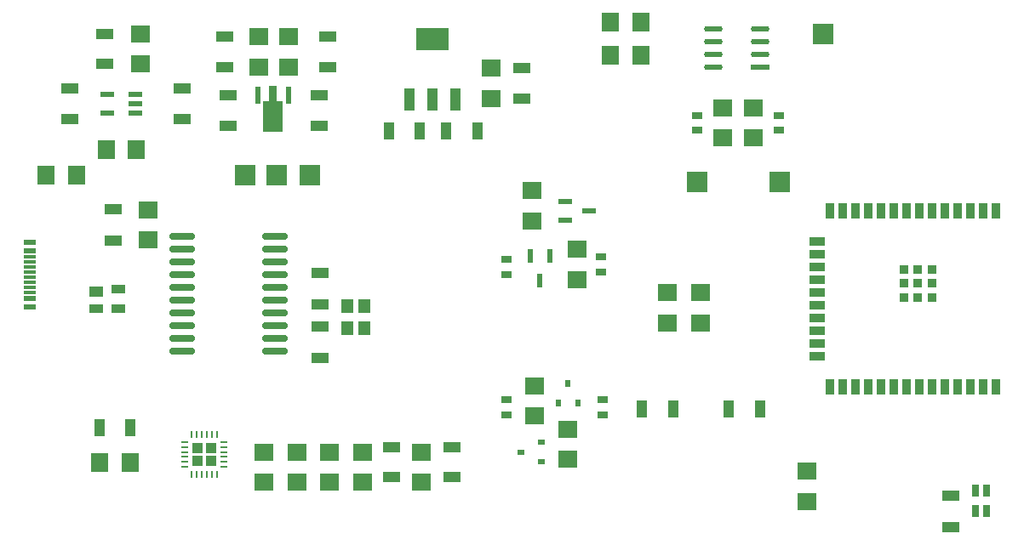
<source format=gtp>
G04*
G04 #@! TF.GenerationSoftware,Altium Limited,Altium Designer,23.2.1 (34)*
G04*
G04 Layer_Color=8421504*
%FSLAX44Y44*%
%MOMM*%
G71*
G04*
G04 #@! TF.SameCoordinates,75154B13-1296-4508-9C84-23632F313CF3*
G04*
G04*
G04 #@! TF.FilePolarity,Positive*
G04*
G01*
G75*
%ADD17R,1.1000X1.1000*%
%ADD18R,1.1000X1.1000*%
%ADD19R,1.1000X1.1000*%
%ADD20R,1.1000X1.1000*%
%ADD21R,1.8400X1.8000*%
%ADD22R,1.8000X1.0000*%
%ADD23R,0.7000X1.2000*%
%ADD24R,1.1500X0.6000*%
%ADD25R,1.1500X0.3000*%
%ADD26R,0.9000X0.9000*%
%ADD27R,0.9000X1.5000*%
%ADD28R,1.5000X0.9000*%
%ADD29R,1.3208X0.5588*%
%ADD30R,1.8000X1.8400*%
%ADD31R,3.3000X2.2000*%
%ADD32R,1.0000X2.2000*%
G04:AMPARAMS|DCode=33|XSize=1.1mm|YSize=1.73mm|CornerRadius=0.11mm|HoleSize=0mm|Usage=FLASHONLY|Rotation=270.000|XOffset=0mm|YOffset=0mm|HoleType=Round|Shape=RoundedRectangle|*
%AMROUNDEDRECTD33*
21,1,1.1000,1.5100,0,0,270.0*
21,1,0.8800,1.7300,0,0,270.0*
1,1,0.2200,-0.7550,-0.4400*
1,1,0.2200,-0.7550,0.4400*
1,1,0.2200,0.7550,0.4400*
1,1,0.2200,0.7550,-0.4400*
%
%ADD33ROUNDEDRECTD33*%
%ADD34R,1.0000X1.8000*%
%ADD35R,0.7000X0.2500*%
%ADD36R,0.2500X0.7000*%
%ADD37R,1.0000X0.8000*%
G04:AMPARAMS|DCode=38|XSize=1.8741mm|YSize=0.5434mm|CornerRadius=0.2717mm|HoleSize=0mm|Usage=FLASHONLY|Rotation=180.000|XOffset=0mm|YOffset=0mm|HoleType=Round|Shape=RoundedRectangle|*
%AMROUNDEDRECTD38*
21,1,1.8741,0.0000,0,0,180.0*
21,1,1.3307,0.5434,0,0,180.0*
1,1,0.5434,-0.6653,0.0000*
1,1,0.5434,0.6653,0.0000*
1,1,0.5434,0.6653,0.0000*
1,1,0.5434,-0.6653,0.0000*
%
%ADD38ROUNDEDRECTD38*%
%ADD39R,1.8741X0.5434*%
%ADD40R,2.0000X2.0000*%
%ADD41R,0.8000X0.6000*%
%ADD42O,2.6000X0.7000*%
%ADD43R,1.2000X1.4000*%
%ADD44R,0.6000X0.8000*%
%ADD45R,1.3500X0.6000*%
%ADD46R,0.6000X1.3500*%
%ADD47R,1.4000X1.1000*%
%ADD48R,1.4000X0.9000*%
%ADD49C,1.7397*%
%ADD50R,0.5800X1.7300*%
G36*
X889000Y871220D02*
X894865D01*
Y840920D01*
X875535D01*
Y871220D01*
X881400D01*
Y886220D01*
X889000D01*
Y871220D01*
D02*
G37*
D17*
X823110Y525930D02*
D03*
D18*
Y512930D02*
D03*
D19*
X810110Y525930D02*
D03*
D20*
Y512930D02*
D03*
D21*
X1277620Y680598D02*
D03*
Y650598D02*
D03*
X1310007Y650480D02*
D03*
Y680480D02*
D03*
X941349Y521730D02*
D03*
Y491730D02*
D03*
X1032407Y521730D02*
D03*
Y491730D02*
D03*
X973785Y521730D02*
D03*
Y491730D02*
D03*
X909320Y521730D02*
D03*
Y491730D02*
D03*
X876300Y521730D02*
D03*
Y491730D02*
D03*
X1332230Y834630D02*
D03*
Y864630D02*
D03*
X1362710D02*
D03*
Y834630D02*
D03*
X760730Y733030D02*
D03*
Y763030D02*
D03*
X1145540Y557770D02*
D03*
Y587770D02*
D03*
X1178560Y544590D02*
D03*
Y514590D02*
D03*
X1143000Y782080D02*
D03*
Y752080D02*
D03*
X1187450Y693660D02*
D03*
Y723660D02*
D03*
X900200Y905490D02*
D03*
Y935490D02*
D03*
X870990Y905490D02*
D03*
Y935490D02*
D03*
X1102068Y873940D02*
D03*
Y903940D02*
D03*
X753110Y938290D02*
D03*
Y908290D02*
D03*
X1416050Y502680D02*
D03*
Y472680D02*
D03*
D22*
X1559560Y478210D02*
D03*
Y447210D02*
D03*
X930680Y877570D02*
D03*
Y846570D02*
D03*
X726440Y763530D02*
D03*
Y732530D02*
D03*
X932180Y669111D02*
D03*
Y700111D02*
D03*
Y615690D02*
D03*
Y646690D02*
D03*
X795020Y884180D02*
D03*
Y853180D02*
D03*
X683260Y884180D02*
D03*
Y853180D02*
D03*
X840510Y877570D02*
D03*
Y846570D02*
D03*
D23*
X1595120Y463550D02*
D03*
X1583690D02*
D03*
X1595120Y483870D02*
D03*
X1583690D02*
D03*
D24*
X643535Y666500D02*
D03*
Y674500D02*
D03*
Y730500D02*
D03*
Y722500D02*
D03*
D25*
Y681000D02*
D03*
Y686000D02*
D03*
Y716000D02*
D03*
Y711000D02*
D03*
Y706000D02*
D03*
Y691000D02*
D03*
Y696000D02*
D03*
Y701000D02*
D03*
D26*
X1512570Y675640D02*
D03*
Y689640D02*
D03*
Y703640D02*
D03*
X1526570Y675640D02*
D03*
Y689640D02*
D03*
Y703640D02*
D03*
X1540570Y675640D02*
D03*
Y689640D02*
D03*
Y703640D02*
D03*
D27*
X1603770Y587140D02*
D03*
X1591070D02*
D03*
X1578370D02*
D03*
X1565670D02*
D03*
X1552970D02*
D03*
X1540270D02*
D03*
X1527570D02*
D03*
X1514870D02*
D03*
X1502170D02*
D03*
X1489470D02*
D03*
X1476770D02*
D03*
X1464070D02*
D03*
X1451370D02*
D03*
X1438670D02*
D03*
Y762140D02*
D03*
X1451370D02*
D03*
X1464070D02*
D03*
X1476770D02*
D03*
X1489470D02*
D03*
X1502170D02*
D03*
X1514870D02*
D03*
X1527570D02*
D03*
X1540270D02*
D03*
X1552970D02*
D03*
X1565670D02*
D03*
X1578370D02*
D03*
X1591070D02*
D03*
X1603770D02*
D03*
D28*
X1426170Y617490D02*
D03*
Y630190D02*
D03*
Y642890D02*
D03*
Y655590D02*
D03*
Y668290D02*
D03*
Y680990D02*
D03*
Y693690D02*
D03*
Y706390D02*
D03*
Y719090D02*
D03*
Y731790D02*
D03*
D29*
X747776Y859282D02*
D03*
Y868680D02*
D03*
Y878078D02*
D03*
X720344D02*
D03*
Y859282D02*
D03*
D30*
X689370Y797560D02*
D03*
X659370D02*
D03*
X742710Y511810D02*
D03*
X712710D02*
D03*
X1220710Y916676D02*
D03*
X1250710D02*
D03*
Y949960D02*
D03*
X1220710D02*
D03*
X719060Y822960D02*
D03*
X749060D02*
D03*
D31*
X1043648Y932910D02*
D03*
D32*
X1066648Y872910D02*
D03*
X1043648D02*
D03*
X1020648D02*
D03*
D33*
X1062990Y526970D02*
D03*
Y496770D02*
D03*
X1003300Y526970D02*
D03*
Y496770D02*
D03*
X836742Y905283D02*
D03*
Y935483D02*
D03*
X939800Y905490D02*
D03*
Y935690D02*
D03*
X1132548Y873940D02*
D03*
Y904140D02*
D03*
X717550Y938390D02*
D03*
Y908190D02*
D03*
D34*
X712210Y546100D02*
D03*
X743210D02*
D03*
X1282960Y565150D02*
D03*
X1251960D02*
D03*
X1369320D02*
D03*
X1338320D02*
D03*
X1088390Y841950D02*
D03*
X1057390D02*
D03*
X1000244Y841950D02*
D03*
X1031244D02*
D03*
D35*
X796860Y506930D02*
D03*
Y511930D02*
D03*
Y516930D02*
D03*
Y521930D02*
D03*
Y526930D02*
D03*
Y531930D02*
D03*
X836360D02*
D03*
Y526930D02*
D03*
Y521930D02*
D03*
Y516930D02*
D03*
Y511930D02*
D03*
Y506930D02*
D03*
D36*
X804110Y539180D02*
D03*
X809110D02*
D03*
X814110D02*
D03*
X819110D02*
D03*
X824110D02*
D03*
X829110D02*
D03*
Y499680D02*
D03*
X824110D02*
D03*
X819110D02*
D03*
X814110D02*
D03*
X809110D02*
D03*
X804110D02*
D03*
D37*
X1306516Y842130D02*
D03*
Y857130D02*
D03*
X1388582Y842130D02*
D03*
Y857130D02*
D03*
X1212850Y573920D02*
D03*
Y558920D02*
D03*
X1117600Y573920D02*
D03*
Y558920D02*
D03*
Y698620D02*
D03*
Y713620D02*
D03*
X1211580Y701160D02*
D03*
Y716160D02*
D03*
D38*
X1323039Y905510D02*
D03*
Y918210D02*
D03*
Y930910D02*
D03*
Y943610D02*
D03*
X1369361D02*
D03*
Y930910D02*
D03*
Y918210D02*
D03*
D39*
Y905510D02*
D03*
D40*
X1306516Y791210D02*
D03*
X1432560Y938530D02*
D03*
X1389380Y791210D02*
D03*
X888634Y797926D02*
D03*
X922020Y797926D02*
D03*
X857250D02*
D03*
D41*
X1131630Y521970D02*
D03*
X1151830Y531470D02*
D03*
Y512470D02*
D03*
D42*
X794740Y736600D02*
D03*
Y723900D02*
D03*
Y711200D02*
D03*
Y698500D02*
D03*
Y685800D02*
D03*
Y673100D02*
D03*
Y660400D02*
D03*
Y647700D02*
D03*
Y635000D02*
D03*
Y622300D02*
D03*
X886740Y736600D02*
D03*
Y723900D02*
D03*
Y711200D02*
D03*
Y698500D02*
D03*
Y685800D02*
D03*
Y673100D02*
D03*
Y660400D02*
D03*
Y647700D02*
D03*
Y635000D02*
D03*
Y622300D02*
D03*
D43*
X959240Y645590D02*
D03*
Y667590D02*
D03*
X976240D02*
D03*
Y645590D02*
D03*
D44*
X1178560Y590490D02*
D03*
X1188060Y570290D02*
D03*
X1169060D02*
D03*
D45*
X1199450Y762000D02*
D03*
X1175450Y752500D02*
D03*
Y771500D02*
D03*
D46*
X1150620Y692850D02*
D03*
X1141120Y716850D02*
D03*
X1160120D02*
D03*
D47*
X709090Y681870D02*
D03*
D48*
Y664870D02*
D03*
X731090D02*
D03*
Y683870D02*
D03*
D49*
X885200Y859760D02*
D03*
D50*
X870200Y877570D02*
D03*
X900200D02*
D03*
M02*

</source>
